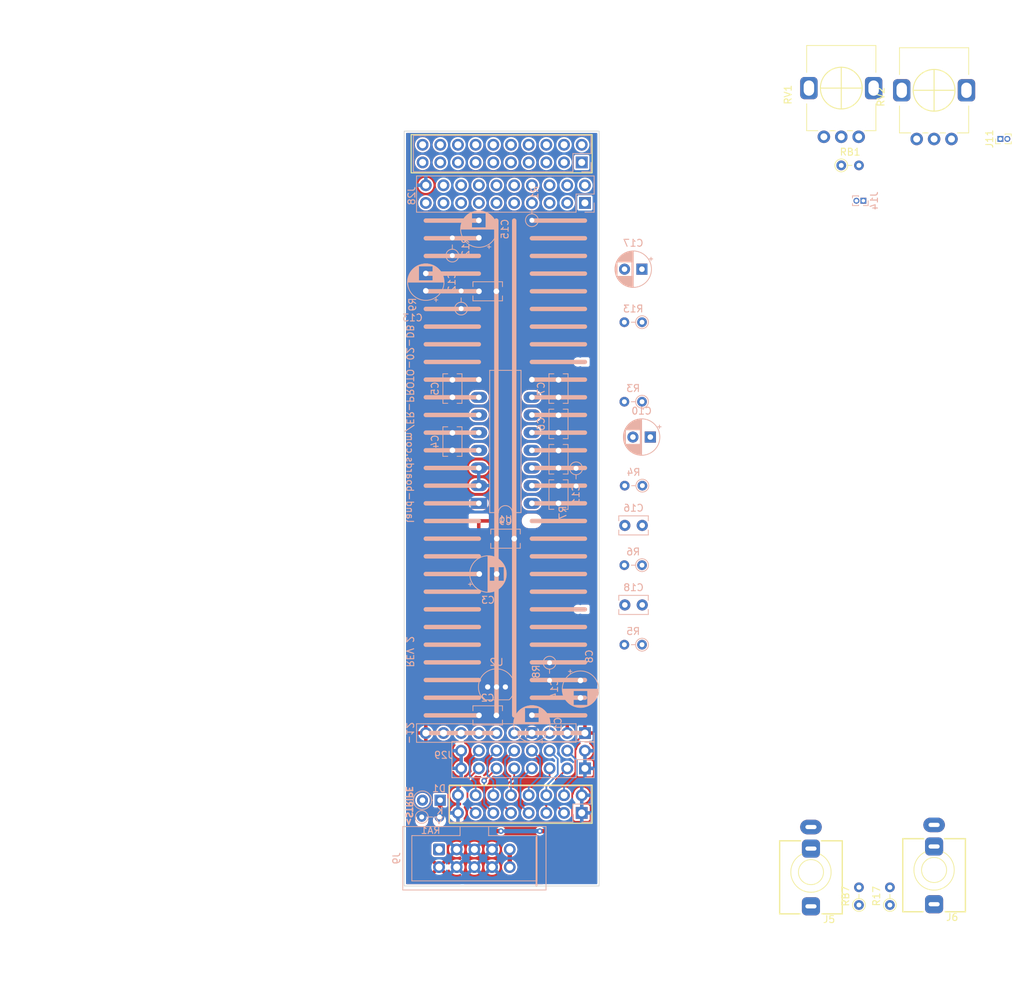
<source format=kicad_pcb>
(kicad_pcb (version 20211014) (generator pcbnew)
  (title_block (title "ER-PROTO-02") (date "2022-10-29") (rev "1") (company "LAND BOARDS, LLC") (comment 1 "EURORACK PROTOTYPE CARD") (comment 2 "6 POTS, 6 JACKS"))
  (layers (0 "F.Cu" signal) (31 "B.Cu" signal) (34 "B.Paste" user) (35 "F.Paste" user) (36 "B.SilkS" user "B.Silkscreen") (37 "F.SilkS" user "F.Silkscreen") (38 "B.Mask" user) (39 "F.Mask" user) (44 "Edge.Cuts" user))
  (net 0 "")
  (net 1 "Net-(C3-Pad1)")
  (net 2 "Net-(C4-Pad1)")
  (net 3 "Net-(C5-Pad1)")
  (net 4 "Net-(C6-Pad1)")
  (net 5 "Net-(C6-Pad2)")
  (net 6 "Net-(C7-Pad1)")
  (net 7 "Net-(C7-Pad2)")
  (net 8 "Net-(C8-Pad1)")
  (net 9 "Net-(C8-Pad2)")
  (net 10 "Net-(C9-Pad1)")
  (net 11 "Net-(C11-Pad1)")
  (net 12 "Net-(C11-Pad2)")
  (net 13 "/POT3-1")
  (net 14 "/POT3-2")
  (net 15 "/POT3-3")
  (net 16 "Net-(C12-Pad1)")
  (net 17 "/POT1-2")
  (net 18 "/POT1-3")
  (net 19 "/J1-T")
  (net 20 "/J2-T")
  (net 21 "/J3-T")
  (net 22 "/J4-T")
  (net 23 "GND")
  (net 24 "/J1-R_N")
  (net 25 "/J2-R_N")
  (net 26 "/J3-R_N")
  (net 27 "/J4-R_N")
  (net 28 "/J5-R_N")
  (net 29 "/J6-R_N")
  (net 30 "/J6-T")
  (net 31 "/J5-T")
  (net 32 "+12V")
  (net 33 "+5V")
  (net 34 "Net-(C14-Pad1)")
  (net 35 "/OUT")
  (net 36 "Net-(C15-Pad1)")
  (net 37 "Net-(C17-Pad1)")
  (net 38 "/IN")
  (net 40 "Net-(J5-PadS)")
  (net 41 "Net-(J5-PadT)")
  (net 42 "Net-(J6-PadS)")
  (net 43 "Net-(J6-PadT)")
  (net 44 "Net-(J11-Pad1)")
  (net 45 "Net-(J11-Pad2)")
  (net 49 "Net-(J14-Pad1)")
  (net 53 "Net-(J8-Pad8)")
  (net 63 "Net-(J8-Pad18)")
  (net 64 "Net-(J8-Pad19)")
  (net 66 "unconnected-(J9-Pad2)")
  (net 71 "unconnected-(J15-Pad10)")
  (net 78 "/VCO")
  (net 85 "Net-(R1-Pad1)")
  (net 86 "Net-(D1-Pad2)")
  (net 87 "Net-(J7-Pad8)")
  (net 88 "+12VA")
  (net 89 "Net-(RB1-Pad1)")
  (net 90 "Net-(J7-Pad14)")
  (footprint "Connector_PinHeader_1.00mm:PinHeader_1x02_P1.00mm_Vertical" (layer "F.Cu") (at 184.15 11.115 90)
    (fp_text reference "J11" (at 0 -1.56 90) (layer "F.SilkS"))
    (fp_text value "JUMPER")
    (pad "1" thru_hole rect (at 0 0 90) (size 0.85 0.85) (drill 0.5) (layers *.Cu *.Mask) (net 44 "Net-(J11-Pad1)"))
    (pad "2" thru_hole oval (at 0 1 90) (size 0.85 0.85) (drill 0.5) (layers *.Cu *.Mask) (net 45 "Net-(J11-Pad2)"))
  )
  (footprint "Resistor_THT:R_Axial_DIN0204_L3.6mm_D1.6mm_P2.54mm_Vertical" (layer "F.Cu") (at 168.275 121.235 90)
    (fp_text reference "R17" (at 1.27 -1.92 90) (layer "F.SilkS"))
    (fp_text value "0")
    (pad "1" thru_hole circle (at 0 0 90) (size 1.4 1.4) (drill 0.7) (layers *.Cu *.Mask) (net 43 "Net-(J6-PadT)"))
    (pad "2" thru_hole oval (at 2.54 0 90) (size 1.4 1.4) (drill 0.7) (layers *.Cu *.Mask) (net 87 "Net-(J7-Pad8)"))
  )
  (footprint "Resistor_THT:R_Axial_DIN0204_L3.6mm_D1.6mm_P2.54mm_Vertical" (layer "F.Cu") (at 161.29 14.925)
    (fp_text reference "RB1" (at 1.27 -1.92) (layer "F.SilkS"))
    (fp_text value "18K")
    (pad "1" thru_hole circle (at 0 0) (size 1.4 1.4) (drill 0.7) (layers *.Cu *.Mask) (net 89 "Net-(RB1-Pad1)"))
    (pad "2" thru_hole oval (at 2.54 0) (size 1.4 1.4) (drill 0.7) (layers *.Cu *.Mask) (net 63 "Net-(J8-Pad18)"))
  )
  (footprint "LandBoards_Conns:RV09ACF" (layer "F.Cu") (at 174.625 4.13 90)
    (fp_text reference "RV2" (at -0.95 -7.65 90) (layer "F.SilkS"))
    (fp_text value "20K")
    (pad "" np_thru_hole roundrect (at 0 -4.65 90) (size 3.2 2.5) (drill oval 2.2 1.5) (layers F&B.Cu *.Mask))
    (pad "" np_thru_hole roundrect (at 0 4.65 90) (size 3.2 2.5) (drill oval 2.2 1.5) (layers F&B.Cu *.Mask) (roundrect_rratio 0.2314814815))
    (pad "1" thru_hole circle (at -7 2.5 90) (size 1.8 1.8) (drill 1) (layers *.Cu *.Mask) (net 53 "Net-(J8-Pad8)"))
    (pad "2" thru_hole circle (at -7 0 90) (size 1.8 1.8) (drill 1) (layers *.Cu *.Mask) (net 44 "Net-(J11-Pad1)"))
    (pad "3" thru_hole circle (at -7 -2.5 90) (size 1.8 1.8) (drill 1) (layers *.Cu *.Mask) (net 44 "Net-(J11-Pad1)"))
  )
  (footprint "AudioJacks:Jack_3.5mm_QingPu_WQP-PJ366ST_Vertical" (layer "F.Cu") (at 174.625 116.205 180)
    (fp_text reference "J6" (at -2.6 -6.8) (layer "F.SilkS"))
    (fp_text value "PJ-398")
    (pad "R" thru_hole roundrect locked (at 0 3.38 180) (size 2.6 2.6) (drill oval 1.6 0.6) (layers *.Cu *.Mask) (net 40 "Net-(J5-PadS)"))
    (pad "S" thru_hole oval locked (at 0 6.48 180) (size 3.1 2.1) (drill oval 1.6 0.6) (layers *.Cu *.Mask) (net 42 "Net-(J6-PadS)"))
    (pad "T" thru_hole roundrect locked (at 0 -4.92 180) (size 2.6 2.6) (drill oval 1.6 0.6) (layers *.Cu *.Mask) (net 43 "Net-(J6-PadT)"))
  )
  (footprint "AudioJacks:Jack_3.5mm_QingPu_WQP-PJ366ST_Vertical" (layer "F.Cu") (at 156.935 116.51 180)
    (fp_text reference "J5" (at -2.6 -6.8) (layer "F.SilkS"))
    (fp_text value "PJ-398")
    (pad "R" thru_hole roundrect locked (at 0 3.38 180) (size 2.6 2.6) (drill oval 1.6 0.6) (layers *.Cu *.Mask))
    (pad "S" thru_hole oval locked (at 0 6.48 180) (size 3.1 2.1) (drill oval 1.6 0.6) (layers *.Cu *.Mask) (net 40 "Net-(J5-PadS)"))
    (pad "T" thru_hole roundrect locked (at 0 -4.92 180) (size 2.6 2.6) (drill oval 1.6 0.6) (layers *.Cu *.Mask) (net 41 "Net-(J5-PadT)"))
  )
  (footprint "Resistor_THT:R_Axial_DIN0204_L3.6mm_D1.6mm_P2.54mm_Vertical" (layer "F.Cu") (at 163.83 121.235 90)
    (fp_text reference "RB7" (at 1.27 -1.92 90) (layer "F.SilkS"))
    (fp_text value "0")
    (pad "1" thru_hole circle (at 0 0 90) (size 1.4 1.4) (drill 0.7) (layers *.Cu *.Mask) (net 41 "Net-(J5-PadT)"))
    (pad "2" thru_hole oval (at 2.54 0 90) (size 1.4 1.4) (drill 0.7) (layers *.Cu *.Mask) (net 90 "Net-(J7-Pad14)"))
  )
  (footprint "LandBoards_Conns:RV09ACF" (layer "F.Cu") (at 161.29 3.815 90)
    (fp_text reference "RV1" (at -0.95 -7.65 90) (layer "F.SilkS"))
    (fp_text value "50K")
    (pad "" np_thru_hole roundrect (at 0 4.65 90) (size 3.2 2.5) (drill oval 2.2 1.5) (layers F&B.Cu *.Mask) (roundrect_rratio 0.2314814815))
    (pad "" np_thru_hole roundrect (at 0 -4.65 90) (size 3.2 2.5) (drill oval 2.2 1.5) (layers F&B.Cu *.Mask))
    (pad "1" thru_hole circle (at -7 2.5 90) (size 1.8 1.8) (drill 1) (layers *.Cu *.Mask) (net 49 "Net-(J14-Pad1)"))
    (pad "2" thru_hole circle (at -7 0 90) (size 1.8 1.8) (drill 1) (layers *.Cu *.Mask) (net 89 "Net-(RB1-Pad1)"))
    (pad "3" thru_hole circle (at -7 -2.5 90) (size 1.8 1.8) (drill 1) (layers *.Cu *.Mask) (net 64 "Net-(J8-Pad19)"))
  )
  (footprint "Resistor_THT:R_Axial_DIN0204_L3.6mm_D1.6mm_P2.54mm_Vertical" (layer "B.Cu") (at 101.015 108.585)
    (fp_text reference "RA1" (at 1.27 1.92) (layer "B.SilkS") (effects (justify mirror)))
    (fp_text value "10")
    (pad "1" thru_hole circle (at 0 0) (size 1.4 1.4) (drill 0.7) (layers *.Cu *.Mask) (net 86 "Net-(D1-Pad2)"))
    (pad "2" thru_hole oval (at 2.54 0) (size 1.4 1.4) (drill 0.7) (layers *.Cu *.Mask) (net 88 "+12VA"))
  )
  (footprint "Capacitor_THT:C_Rect_L4.0mm_W2.5mm_P2.50mm" (layer "B.Cu") (at 132.695 78.105 180)
    (fp_text reference "C18" (at 1.25 2.5) (layer "B.SilkS") (effects (justify mirror)))
    (fp_text value "0.1uF")
    (pad "1" thru_hole circle (at 0 0 180) (size 1.6 1.6) (drill 0.8) (layers *.Cu *.Mask) (net 33 "+5V"))
    (pad "2" thru_hole circle (at 2.5 0 180) (size 1.6 1.6) (drill 0.8) (layers *.Cu *.Mask) (net 23 "GND"))
  )
  (footprint "Capacitor_THT:C_Rect_L4.0mm_W2.5mm_P2.50mm" (layer "B.Cu") (at 120.665 50.835 -90)
    (fp_text reference "C6" (at 1.25 2.5 90) (layer "B.SilkS") (effects (justify mirror)))
    (fp_text value "82nF")
    (pad "1" thru_hole circle (at 0 0 270) (size 1.6 1.6) (drill 0.8) (layers *.Cu *.Mask) (net 4 "Net-(C6-Pad1)"))
    (pad "2" thru_hole circle (at 2.5 0 270) (size 1.6 1.6) (drill 0.8) (layers *.Cu *.Mask) (net 5 "Net-(C6-Pad2)"))
  )
  (footprint "Package_DIP:DIP-16_W7.62mm_LongPads" (layer "B.Cu") (at 109.22 63.5)
    (fp_text reference "U1" (at 3.81 2.33) (layer "B.SilkS") (effects (justify mirror)))
    (fp_text value "PT2399")
    (pad "1" thru_hole rect (at 0 0) (size 2.4 1.6) (drill 0.8) (layers *.Cu *.Mask) (net 33 "+5V"))
    (pad "2" thru_hole oval (at 0 -2.54) (size 2.4 1.6) (drill 0.8) (layers *.Cu *.Mask) (net 1 "Net-(C3-Pad1)"))
    (pad "3" thru_hole oval (at 0 -5.08) (size 2.4 1.6) (drill 0.8) (layers *.Cu *.Mask) (net 23 "GND"))
    (pad "4" thru_hole oval (at 0 -7.62) (size 2.4 1.6) (drill 0.8) (layers *.Cu *.Mask) (net 23 "GND"))
    (pad "5" thru_hole oval (at 0 -10.16) (size 2.4 1.6) (drill 0.8) (layers *.Cu *.Mask))
    (pad "6" thru_hole oval (at 0 -12.7) (size 2.4 1.6) (drill 0.8) (layers *.Cu *.Mask) (net 85 "Net-(R1-Pad1)"))
    (pad "7" thru_hole oval (at 0 -15.24) (size 2.4 1.6) (drill 0.8) (layers *.Cu *.Mask) (net 2 "Net-(C4-Pad1)"))
    (pad "8" thru_hole oval (at 0 -17.78) (size 2.4 1.6) (drill 0.8) (layers *.Cu *.Mask) (net 3 "Net-(C5-Pad1)"))
    (pad "9" thru_hole oval (at 7.62 -17.78) (size 2.4 1.6) (drill 0.8) (layers *.Cu *.Mask) (net 6 "Net-(C7-Pad1)"))
    (pad "10" thru_hole oval (at 7.62 -15.24) (size 2.4 1.6) (drill 0.8) (layers *.Cu *.Mask) (net 7 "Net-(C7-Pad2)"))
    (pad "11" thru_hole oval (at 7.62 -12.7) (size 2.4 1.6) (drill 0.8) (layers *.Cu *.Mask) (net 4 "Net-(C6-Pad1)"))
    (pad "12" thru_hole oval (at 7.62 -10.16) (size 2.4 1.6) (drill 0.8) (layers *.Cu *.Mask) (net 5 "Net-(C6-Pad2)"))
    (pad "13" thru_hole oval (at 7.62 -7.62) (size 2.4 1.6) (drill 0.8) (layers *.Cu *.Mask) (net 9 "Net-(C8-Pad2)"))
    (pad "14" thru_hole oval (at 7.62 -5.08) (size 2.4 1.6) (drill 0.8) (layers *.Cu *.Mask) (net 8 "Net-(C8-Pad1)"))
    (pad "15" thru_hole oval (at 7.62 -2.54) (size 2.4 1.6) (drill 0.8) (layers *.Cu *.Mask) (net 12 "Net-(C11-Pad2)"))
    (pad "16" thru_hole oval (at 7.62 0) (size 2.4 1.6) (drill 0.8) (layers *.Cu *.Mask) (net 11 "Net-(C11-Pad1)"))
  )
  (footprint "Connector_PinHeader_2.54mm:PinHeader_2x10_P2.54mm_Vertical" (layer "B.Cu") (at 124.46 20.32 90)
    (fp_text reference "J28" (at 1.016 -24.892 90) (layer "B.SilkS") (effects (justify mirror)))
    (fp_text value "PROTO02_POTS")
    (pad "1" thru_hole rect (at 0 0 90) (size 1.7 1.7) (drill 1) (layers *.Cu *.Mask) (net 33 "+5V"))
    (pad "2" thru_hole oval (at 2.54 0 90) (size 1.7 1.7) (drill 1) (layers *.Cu *.Mask))
    (pad "3" thru_hole oval (at 0 -2.54 90) (size 1.7 1.7) (drill 1) (layers *.Cu *.Mask))
    (pad "4" thru_hole oval (at 2.54 -2.54 90) (size 1.7 1.7) (drill 1) (layers *.Cu *.Mask))
    (pad "5" thru_hole oval (at 0 -5.08 90) (size 1.7 1.7) (drill 1) (layers *.Cu *.Mask))
    (pad "6" thru_hole oval (at 2.54 -5.08 90) (size 1.7 1.7) (drill 1) (layers *.Cu *.Mask))
    (pad "7" thru_hole oval (at 0 -7.62 90) (size 1.7 1.7) (drill 1) (layers *.Cu *.Mask))
    (pad "8" thru_hole oval (at 2.54 -7.62 90) (size 1.7 1.7) (drill 1) (layers *.Cu *.Mask) (net 78 "/VCO"))
    (pad "9" thru_hole oval (at 0 -10.16 90) (size 1.7 1.7) (drill 1) (layers *.Cu *.Mask))
    (pad "10" thru_hole oval (at 2.54 -10.16 90) (size 1.7 1.7) (drill 1) (layers *.Cu *.Mask))
    (pad "11" thru_hole oval (at 0 -12.7 90) (size 1.7 1.7) (drill 1) (layers *.Cu *.Mask))
    (pad "12" thru_hole oval (at 2.54 -12.7 90) (size 1.7 1.7) (drill 1) (layers *.Cu *.Mask))
    (pad "13" thru_hole oval (at 0 -15.24 90) (size 1.7 1.7) (drill 1) (layers *.Cu *.Mask))
    (pad "14" thru_hole oval (at 2.54 -15.24 90) (size 1.7 1.7) (drill 1) (layers *.Cu *.Mask) (net 13 "/POT3-1"))
    (pad "15" thru_hole oval (at 0 -17.78 90) (size 1.7 1.7) (drill 1) (layers *.Cu *.Mask) (net 14 "/POT3-2"))
    (pad "16" thru_hole oval (at 2.54 -17.78 90) (size 1.7 1.7) (drill 1) (layers *.Cu *.Mask) (net 15 "/POT3-3"))
    (pad "17" thru_hole oval (at 0 -20.32 90) (size 1.7 1.7) (drill 1) (layers *.Cu *.Mask))
    (pad "18" thru_hole oval (at 2.54 -20.32 90) (size 1.7 1.7) (drill 1) (layers *.Cu *.Mask) (net 17 "/POT1-2"))
    (pad "19" thru_hole oval (at 0 -22.86 90) (size 1.7 1.7) (drill 1) (layers *.Cu *.Mask) (net 18 "/POT1-3"))
    (pad "20" thru_hole oval (at 2.54 -22.86 90) (size 1.7 1.7) (drill 1) (layers *.Cu *.Mask) (net 23 "GND"))
  )
  (footprint "Resistor_THT:R_Axial_DIN0204_L3.6mm_D1.6mm_P2.54mm_Vertical" (layer "B.Cu") (at 116.84 22.81 90)
    (fp_text reference "R1" (at 3.985 0.407 90) (layer "B.SilkS") (effects (justify mirror)))
    (fp_text value "1K")
    (pad "1" thru_hole circle (at 0 0 90) (size 1.4 1.4) (drill 0.7) (layers *.Cu *.Mask) (net 85 "Net-(R1-Pad1)"))
    (pad "2" thru_hole oval (at 2.54 0 90) (size 1.4 1.4) (drill 0.7) (layers *.Cu *.Mask) (net 78 "/VCO"))
  )
  (footprint "Resistor_THT:R_Axial_DIN0204_L3.6mm_D1.6mm_P2.54mm_Vertical" (layer "B.Cu") (at 106.68 35.51 90)
    (fp_text reference "R9" (at 0.585 -6.985 90) (layer "B.SilkS") (effects (justify mirror)))
    (fp_text value "5.6K")
    (pad "1" thru_hole circle (at 0 0 90) (size 1.4 1.4) (drill 0.7) (layers *.Cu *.Mask) (net 8 "Net-(C8-Pad1)"))
    (pad "2" thru_hole oval (at 2.54 0 90) (size 1.4 1.4) (drill 0.7) (layers *.Cu *.Mask) (net 16 "Net-(C12-Pad1)"))
  )
  (footprint "Resistor_THT:R_Axial_DIN0204_L3.6mm_D1.6mm_P2.54mm_Vertical" (layer "B.Cu") (at 123.19 58.47 -90)
    (fp_text reference "R7" (at 6.365 1.905 90) (layer "B.SilkS") (effects (justify mirror)))
    (fp_text value "10K")
    (pad "1" thru_hole circle (at 0 0 270) (size 1.4 1.4) (drill 0.7) (layers *.Cu *.Mask) (net 11 "Net-(C11-Pad1)"))
    (pad "2" thru_hole oval (at 2.54 0 270) (size 1.4 1.4) (drill 0.7) (layers *.Cu *.Mask) (net 36 "Net-(C15-Pad1)"))
  )
  (footprint "Resistor_THT:R_Axial_DIN0204_L3.6mm_D1.6mm_P2.54mm_Vertical" (layer "B.Cu") (at 132.665 72.39 180)
    (fp_text reference "R6" (at 1.27 1.92) (layer "B.SilkS") (effects (justify mirror)))
    (fp_text value "10K")
    (pad "1" thru_hole circle (at 0 0 180) (size 1.4 1.4) (drill 0.7) (layers *.Cu *.Mask) (net 12 "Net-(C11-Pad2)"))
    (pad "2" thru_hole oval (at 2.54 0 180) (size 1.4 1.4) (drill 0.7) (layers *.Cu *.Mask) (net 36 "Net-(C15-Pad1)"))
  )
  (footprint "Resistor_THT:R_Axial_DIN0204_L3.6mm_D1.6mm_P2.54mm_Vertical" (layer "B.Cu") (at 105.41 27.89 90)
    (fp_text reference "R12" (at 1.27 1.92 90) (layer "B.SilkS") (effects (justify mirror)))
    (fp_text value "15K")
    (pad "1" thru_hole circle (at 0 0 90) (size 1.4 1.4) (drill 0.7) (layers *.Cu *.Mask) (net 37 "Net-(C17-Pad1)"))
    (pad "2" thru_hole oval (at 2.54 0 90) (size 1.4 1.4) (drill 0.7) (layers *.Cu *.Mask) (net 36 "Net-(C15-Pad1)"))
  )
  (footprint "Capacitor_THT:CP_Radial_D5.0mm_P2.50mm" (layer "B.Cu") (at 116.84 96.455113 90)
    (fp_text reference "C1" (at 1.25 3.75 90) (layer "B.SilkS") (effects (justify mirror)))
    (fp_text value "47uF")
    (pad "1" thru_hole rect (at 0 0 90) (size 1.6 1.6) (drill 0.8) (layers *.Cu *.Mask) (net 32 "+12V"))
    (pad "2" thru_hole circle (at 2.5 0 90) (size 1.6 1.6) (drill 0.8) (layers *.Cu *.Mask) (net 23 "GND"))
  )
  (footprint "Capacitor_THT:C_Rect_L4.0mm_W2.5mm_P2.50mm" (layer "B.Cu") (at 132.695 66.675 180)
    (fp_text reference "C16" (at 1.25 2.5) (layer "B.SilkS") (effects (justify mirror)))
    (fp_text value "3.3nF")
    (pad "1" thru_hole circle (at 0 0 180) (size 1.6 1.6) (drill 0.8) (layers *.Cu *.Mask) (net 36 "Net-(C15-Pad1)"))
    (pad "2" thru_hole circle (at 2.5 0 180) (size 1.6 1.6) (drill 0.8) (layers *.Cu *.Mask) (net 23 "GND"))
  )
  (footprint "Connector_PinHeader_1.00mm:PinHeader_1x02_P1.00mm_Vertical" (layer "B.Cu") (at 164.465 20.005 90)
    (fp_text reference "J14" (at 0 1.56 270) (layer "B.SilkS") (effects (justify mirror)))
    (fp_text value "JUMPER")
    (pad "1" thru_hole rect (at 0 0 90) (size 0.85 0.85) (drill 0.5) (layers *.Cu *.Mask) (net 49 "Net-(J14-Pad1)"))
    (pad "2" thru_hole oval (at 0 -1 90) (size 0.85 0.85) (drill 0.5) (layers *.Cu *.Mask) (net 45 "Net-(J11-Pad2)"))
  )
  (footprint "Resistor_THT:R_Axial_DIN0204_L3.6mm_D1.6mm_P2.54mm_Vertical" (layer "B.Cu") (at 119.38 86.41 -90)
    (fp_text reference "R8" (at 1.27 1.92 -270) (layer "B.SilkS") (effects (justify mirror)))
    (fp_text value "4.7K")
    (pad "1" thru_hole circle (at 0 0 270) (size 1.4 1.4) (drill 0.7) (layers *.Cu *.Mask) (net 12 "Net-(C11-Pad2)"))
    (pad "2" thru_hole oval (at 2.54 0 270) (size 1.4 1.4) (drill 0.7) (layers *.Cu *.Mask) (net 34 "Net-(C14-Pad1)"))
  )
  (footprint "Resistor_THT:R_Axial_DIN0204_L3.6mm_D1.6mm_P2.54mm_Vertical" (layer "B.Cu") (at 132.665 48.895 180)
    (fp_text reference "R3" (at 1.27 1.92) (layer "B.SilkS") (effects (justify mirror)))
    (fp_text value "10K")
    (pad "1" thru_hole circle (at 0 0 180) (size 1.4 1.4) (drill 0.7) (layers *.Cu *.Mask) (net 10 "Net-(C9-Pad1)"))
    (pad "2" thru_hole oval (at 2.54 0 180) (size 1.4 1.4) (drill 0.7) (layers *.Cu *.Mask) (net 5 "Net-(C6-Pad2)"))
  )
  (footprint "Capacitor_THT:CP_Radial_D5.0mm_P2.50mm" (layer "B.Cu") (at 109.284888 73.66)
    (fp_text reference "C3" (at 1.25 3.75) (layer "B.SilkS") (effects (justify mirror)))
    (fp_text value "47uF")
    (pad "1" thru_hole rect (at 0 0) (size 1.6 1.6) (drill 0.8) (layers *.Cu *.Mask) (net 1 "Net-(C3-Pad1)"))
    (pad "2" thru_hole circle (at 2.5 0) (size 1.6 1.6) (drill 0.8) (layers *.Cu *.Mask) (net 23 "GND"))
  )
  (footprint "Connector_PinHeader_2.54mm:PinHeader_2x08_P2.54mm_Vertical" (layer "B.Cu") (at 124.46 101.6 90)
    (fp_text reference "J29" (at 1.905 -20.32 180) (layer "B.SilkS") (effects (justify mirror)))
    (fp_text value "PROTO02_JACKS")
    (pad "1" thru_hole rect (at 0 0 90) (size 1.7 1.7) (drill 1) (layers *.Cu *.Mask) (net 23 "GND"))
    (pad "2" thru_hole oval (at 2.54 0 90) (size 1.7 1.7) (drill 1) (layers *.Cu *.Mask) (net 23 "GND"))
    (pad "3" thru_hole oval (at 0 -2.54 90) (size 1.7 1.7) (drill 1) (layers *.Cu *.Mask) (net 29 "/J6-R_N"))
    (pad "4" thru_hole oval (at 2.54 -2.54 90) (size 1.7 1.7) (drill 1) (layers *.Cu *.Mask) (net 30 "/J6-T"))
    (pad "5" thru_hole oval (at 0 -5.08 90) (size 1.7 1.7) (drill 1) (layers *.Cu *.Mask) (net 27 "/J4-R_N"))
    (pad "6" thru_hole oval (at 2.54 -5.08 90) (size 1.7 1.7) (drill 1) (layers *.Cu *.Mask) (net 22 "/J4-T"))
    (pad "7" thru_hole oval (at 0 -7.62 90) (size 1.7 1.7) (drill 1) (layers *.Cu *.Mask) (net 25 "/J2-R_N"))
    (pad "8" thru_hole oval (at 2.54 -7.62 90) (size 1.7 1.7) (drill 1) (layers *.Cu *.Mask) (net 20 "/J2-T"))
    (pad "9" thru_hole oval (at 0 -10.16 90) (size 1.7 1.7) (drill 1) (layers *.Cu *.Mask) (net 24 "/J1-R_N"))
    (pad "10" thru_hole oval (at 2.54 -10.16 90) (size 1.7 1.7) (drill 1) (layers *.Cu *.Mask) (net 19 "/J1-T"))
    (pad "11" thru_hole oval (at 0 -12.7 90) (size 1.7 1.7) (drill 1) (layers *.Cu *.Mask) (net 26 "/J3-R_N"))
    (pad "12" thru_hole oval (at 2.54 -12.7 90) (size 1.7 1.7) (drill 1) (layers *.Cu *.Mask) (net 21 "/J3-T"))
    (pad "13" thru_hole oval (at 0 -15.24 90) (size 1.7 1.7) (drill 1) (layers *.Cu *.Mask) (net 28 "/J5-R_N"))
    (pad "14" thru_hole oval (at 2.54 -15.24 90) (size 1.7 1.7) (drill 1) (layers *.Cu *.Mask) (net 31 "/J5-T"))
    (pad "15" thru_hole oval (at 0 -17.78 90) (size 1.7 1.7) (drill 1) (layers *.Cu *.Mask) (net 23 "GND"))
    (pad "16" thru_hole oval (at 2.54 -17.78 90) (size 1.7 1.7) (drill 1) (layers *.Cu *.Mask) (net 23 "GND"))
  )
  (footprint "Resistor_THT:R_Axial_DIN0204_L3.6mm_D1.6mm_P2.54mm_Vertical" (layer "B.Cu") (at 132.665 37.465 180)
    (fp_text reference "R13" (at 1.27 1.92) (layer "B.SilkS") (effects (justify mirror)))
    (fp_text value "100K")
    (pad "1" thru_hole circle (at 0 0 180) (size 1.4 1.4) (drill 0.7) (layers *.Cu *.Mask) (net 23 "GND"))
    (pad "2" thru_hole oval (at 2.54 0 180) (size 1.4 1.4) (drill 0.7) (layers *.Cu *.Mask) (net 38 "/IN"))
  )
  (footprint "Package_TO_SOT_THT:TO-92_Inline" (layer "B.Cu") (at 113.03 89.895 180)
    (fp_text reference "U2" (at 1.27 3.56) (layer "B.SilkS") (effects (justify mirror)))
    (fp_text value "L78L05_TO92")
    (pad "1" thru_hole rect (at 0 0 180) (size 1.05 1.5) (drill 0.75) (layers *.Cu *.Mask) (net 33 "+5V"))
    (pad "2" thru_hole oval (at 1.27 0 180) (size 1.05 1.5) (drill 0.75) (layers *.Cu *.Mask) (net 23 "GND"))
    (pad "3" thru_hole oval (at 2.54 0 180) (size 1.05 1.5) (drill 0.75) (layers *.Cu *.Mask) (net 32 "+12V"))
  )
  (footprint "Capacitor_THT:CP_Radial_D5.0mm_P2.50mm" (layer "B.Cu") (at 101.6 32.955113 90)
    (fp_text reference "C12" (at 1.25 3.75 90) (layer "B.SilkS") (effects (justify mirror)))
    (fp_text value "10uF")
    (pad "1" thru_hole rect (at 0 0 90) (size 1.6 1.6) (drill 0.8) (layers *.Cu *.Mask) (net 16 "Net-(C12-Pad1)"))
    (pad "2" thru_hole circle (at 2.5 0 90) (size 1.6 1.6) (drill 0.8) (layers *.Cu *.Mask) (net 18 "/POT1-3"))
  )
  (footprint "Capacitor_THT:C_Rect_L4.0mm_W2.5mm_P2.50mm" (layer "B.Cu") (at 120.665 45.755 -90)
    (fp_text reference "C7" (at 1.25 2.5 90) (layer "B.SilkS") (effects (justify mirror)))
    (fp_text value "82nF")
    (pad "1" thru_hole circle (at 0 0 270) (size 1.6 1.6) (drill 0.8) (layers *.Cu *.Mask) (net 6 "Net-(C7-Pad1)"))
    (pad "2" thru_hole circle (at 2.5 0 270) (size 1.6 1.6) (drill 0.8) (layers *.Cu *.Mask) (net 7 "Net-(C7-Pad2)"))
  )
  (footprint "Capacitor_THT:CP_Radial_D5.0mm_P2.50mm" (layer "B.Cu") (at 132.650112 29.845 180)
    (fp_text reference "C17" (at 1.25 3.75) (layer "B.SilkS") (effects (justify mirror)))
    (fp_text value "4.7uF")
    (pad "1" thru_hole rect (at 0 0 180) (size 1.6 1.6) (drill 0.8) (layers *.Cu *.Mask) (net 37 "Net-(C17-Pad1)"))
    (pad "2" thru_hole circle (at 2.5 0 180) (size 1.6 1.6) (drill 0.8) (layers *.Cu *.Mask) (net 38 "/IN"))
  )
  (footprint "Capacitor_THT:C_Rect_L4.0mm_W2.5mm_P2.50mm" (layer "B.Cu") (at 114.3 68.58 180)
    (fp_text reference "C9" (at 1.25 2.5) (layer "B.SilkS") (effects (justify mirror)))
    (fp_text value "3.3nF")
    (pad "1" thru_hole circle (at 0 0 180) (size 1.6 1.6) (drill 0.8) (layers *.Cu *.Mask) (net 10 "Net-(C9-Pad1)"))
    (pad "2" thru_hole circle (at 2.5 0 180) (size 1.6 1.6) (drill 0.8) (layers *.Cu *.Mask) (net 23 "GND"))
  )
  (footprint "Connector_IDC:IDC-Header_2x05_P2.54mm_Vertical" (layer "B.Cu") (at 103.5 113.2475 -90)
    (fp_text reference "J9" (at 1.27 6.1 90) (layer "B.SilkS") (effects (justify mirror)))
    (fp_text value "ER-PWR-2X5")
    (pad "1" thru_hole roundrect (at 0 0 270) (size 1.7 1.7) (drill 1) (layers *.Cu *.Mask) (roundrect_rratio 0.147059))
    (pad "2" thru_hole circle (at 2.54 0 270) (size 1.7 1.7) (drill 1) (layers *.Cu *.Mask) (net 66 "unconnected-(J9-Pad2)"))
    (pad "3" thru_hole circle (at 0 -2.54 270) (size 1.7 1.7) (drill 1) (layers *.Cu *.Mask) (net 23 "GND"))
    (pad "4" thru_hole circle (at 2.54 -2.54 270) (size 1.7 1.7) (drill 1) (layers *.Cu *.Mask) (net 23 "GND"))
    (pad "5" thru_hole circle (at 0 -5.08 270) (size 1.7 1.7) (drill 1) (layers *.Cu *.Mask) (net 23 "GND"))
    (pad "6" thru_hole circle (at 2.54 -5.08 270) (size 1.7 1.7) (drill 1) (layers *.Cu *.Mask) (net 23 "GND"))
    (pad "7" thru_hole circle (at 0 -7.62 270) (size 1.7 1.7) (drill 1) (layers *.Cu *.Mask) (net 23 "GND"))
    (pad "8" thru_hole circle (at 2.54 -7.62 270) (size 1.7 1.7) (drill 1) (layers *.Cu *.Mask) (net 23 "GND"))
    (pad "9" thru_hole circle (at 0 -10.16 270) (size 1.7 1.7) (drill 1) (layers *.Cu *.Mask) (net 88 "+12VA"))
    (pad "10" thru_hole circle (at 2.54 -10.16 270) (size 1.7 1.7) (drill 1) (layers *.Cu *.Mask) (net 88 "+12VA"))
  )
  (footprint "Capacitor_THT:C_Rect_L4.0mm_W2.5mm_P2.50mm" (layer "B.Cu") (at 120.665 63.495 90)
    (fp_text reference "C11" (at 1.25 2.5 90) (layer "B.SilkS") (effects (justify mirror)))
    (fp_text value "560pF")
    (pad "1" thru_hole circle (at 0 0 90) (size 1.6 1.6) (drill 0.8) (layers *.Cu *.Mask) (net 11 "Net-(C11-Pad1)"))
    (pad "2" thru_hole circle (at 2.5 0 90) (size 1.6 1.6) (drill 0.8) (layers *.Cu *.Mask) (net 12 "Net-(C11-Pad2)"))
  )
  (footprint "Capacitor_THT:CP_Radial_D5.0mm_P2.50mm" (layer "B.Cu") (at 133.855224 53.975 180)
    (fp_text reference "C10" (at 1.25 3.75) (layer "B.SilkS") (effects (justify mirror)))
    (fp_text value "100uF")
    (pad "1" thru_hole rect (at 0 0 180) (size 1.6 1.6) (drill 0.8) (layers *.Cu *.Mask) (net 33 "+5V"))
    (pad "2" thru_hole circle (at 2.5 0 180) (size 1.6 1.6) (drill 0.8) (layers *.Cu *.Mask) (net 23 "GND"))
  )
  (footprint "Capacitor_THT:CP_Radial_D5.0mm_P2.50mm" (layer "B.Cu") (at 123.825 88.964888 -90)
    (fp_text reference "C14" (at 1.25 3.75 -270) (layer "B.SilkS") (effects (justify mirror)))
    (fp_text value "10uF")
    (pad "1" thru_hole rect (at 0 0 270) (size 1.6 1.6) (drill 0.8) (layers *.Cu *.Mask) (net 34 "Net-(C14-Pad1)"))
    (pad "2" thru_hole circle (at 2.5 0 270) (size 1.6 1.6) (drill 0.8) (layers *.Cu *.Mask) (net 35 "/OUT"))
  )
  (footprint "Capacitor_THT:C_Rect_L4.0mm_W2.5mm_P2.50mm" (layer "B.Cu") (at 105.425 45.755 -90)
    (fp_text reference "C5" (at 1.25 2.5 90) (layer "B.SilkS") (effects (justify mirror)))
    (fp_text value "0.1uF")
    (pad "1" thru_hole circle (at 0 0 270) (size 1.6 1.6) (drill 0.8) (layers *.Cu *.Mask) (net 3 "Net-(C5-Pad1)"))
    (pad "2" thru_hole circle (at 2.5 0 270) (size 1.6 1.6) (drill 0.8) (layers *.Cu *.Mask) (net 23 "GND"))
  )
  (footprint "Resistor_THT:R_Axial_DIN0204_L3.6mm_D1.6mm_P2.54mm_Vertical" (layer "B.Cu") (at 132.715 60.96 180)
    (fp_text reference "R4" (at 1.27 1.92) (layer "B.SilkS") (effects (justify mirror)))
    (fp_text value "10K")
    (pad "1" thru_hole circle (at 0 0 180) (size 1.4 1.4) (drill 0.7) (layers *.Cu *.Mask) (net 10 "Net-(C9-Pad1)"))
    (pad "2" thru_hole oval (at 2.54 0 180) (size 1.4 1.4) (drill 0.7) (layers *.Cu *.Mask) (net 9 "Net-(C8-Pad2)"))
  )
  (footprint "Capacitor_THT:C_Rect_L4.0mm_W2.5mm_P2.50mm" (layer "B.Cu") (at 105.425 53.375 -90)
    (fp_text reference "C4" (at 1.25 2.5 90) (layer "B.SilkS") (effects (justify mirror)))
    (fp_text value "0.1uF")
    (pad "1" thru_hole circle (at 0 0 270) (size 1.6 1.6) (drill 0.8) (layers *.Cu *.Mask) (net 2 "Net-(C4-Pad1)"))
    (pad "2" thru_hole circle (at 2.5 0 270) (size 1.6 1.6) (drill 0.8) (layers *.Cu *.Mask) (net 23 "GND"))
  )
  (footprint "Capacitor_THT:CP_Radial_D5.0mm_P2.50mm" (layer "B.Cu") (at 109.22 25.335113 90)
    (fp_text reference "C15" (at 1.25 3.75 90) (layer "B.SilkS") (effects (justify mirror)))
    (fp_text value "4.7uF")
    (pad "1" thru_hole rect (at 0 0 90) (size 1.6 1.6) (drill 0.8) (layers *.Cu *.Mask) (net 36 "Net-(C15-Pad1)"))
    (pad "2" thru_hole circle (at 2.5 0 90) (size 1.6 1.6) (drill 0.8) (layers *.Cu *.Mask) (net 17 "/POT1-2"))
  )
  (footprint "Resistor_THT:R_Axial_DIN0204_L3.6mm_D1.6mm_P2.54mm_Vertical" (layer "B.Cu") (at 132.665 83.82 180)
    (fp_text reference "R5" (at 1.27 1.92) (layer "B.SilkS") (effects (justify mirror)))
    (fp_text value "15K")
    (pad "1" thru_hole circle (at 0 0 180) (size 1.4 1.4) (drill 0.7) (layers *.Cu *.Mask) (net 10 "Net-(C9-Pad1)"))
    (pad "2" thru_hole oval (at 2.54 0 180) (size 1.4 1.4) (drill 0.7) (layers *.Cu *.Mask) (net 8 "Net-(C8-Pad1)"))
  )
  (footprint "Diode_THT:D_DO-35_SOD27_P2.54mm_Vertical_KathodeUp" (layer "B.Cu") (at 103.660686 106.172 180)
    (fp_text reference "D1" (at 0.160686 1.672 180) (layer "B.SilkS") (effects (justify mirror)))
    (fp_text value "BAT41")
    (fp_text user "K" (at 0.028686 -1.524) (layer "B.SilkS") (effects (justify mirror)))
    (pad "1" thru_hole rect (at 0 0 180) (size 1.6 1.6) (drill 0.8) (layers *.Cu *.Mask) (net 32 "+12V"))
    (pad "2" thru_hole oval (at 2.54 0 180) (size 1.6 1.6) (drill 0.8) (layers *.Cu *.Mask) (net 86 "Net-(D1-Pad2)"))
  )
  (footprint "Connector_PinHeader_2.54mm:PinHeader_2x10_P2.54mm_Vertical" (layer "B.Cu") (at 124 14.5 90)
    (fp_text reference "J8" hide)
    (fp_text value "PROTO02_POTS")
    (pad "1" thru_hole rect (at 0 0 90) (size 1.7 1.7) (drill 1) (layers *.Cu *.Mask) (net 45 "Net-(J11-Pad2)"))
    (pad "2" thru_hole oval (at 2.54 0 90) (size 1.7 1.7) (drill 1) (layers *.Cu *.Mask))
    (pad "3" thru_hole oval (at 0 -2.54 90) (size 1.7 1.7) (drill 1) (layers *.Cu *.Mask))
    (pad "4" thru_hole oval (at 2.54 -2.54 90) (size 1.7 1.7) (drill 1) (layers *.Cu *.Mask))
    (pad "5" thru_hole oval (at 0 -5.08 90) (size 1.7 1.7) (drill 1) (layers *.Cu *.Mask))
    (pad "6" thru_hole oval (at 2.54 -5.08 90) (size 1.7 1.7) (drill 1) (layers *.Cu *.Mask))
    (pad "7" thru_hole oval (at 0 -7.62 90) (size 1.7 1.7) (drill 1) (layers *.Cu *.Mask))
    (pad "8" thru_hole oval (at 2.54 -7.62 90) (size 1.7 1.7) (drill 1) (layers *.Cu *.Mask) (net 53 "Net-(J8-Pad8)"))
    (pad "9" thru_hole oval (at 0 -10.16 90) (size 1.7 1.7) (drill 1) (layers *.Cu *.Mask))
    (pad "10" thru_hole oval (at 2.54 -10.16 90) (size 1.7 1.7) (drill 1) (layers *.Cu *.Mask))
    (pad "11" thru_hole oval (at 0 -12.7 90) (size 1.7 1.7) (drill 1) (layers *.Cu *.Mask))
    (pad "12" thru_hole oval (at 2.54 -12.7 90) (size 1.7 1.7) (drill 1) (layers *.Cu *.Mask))
    (pad "13" thru_hole oval (at 0 -15.24 90) (size 1.7 1.7) (drill 1) (layers *.Cu *.Mask))
    (pad "14" thru_hole oval (at 2.54 -15.24 90) (size 1.7 1.7) (drill 1) (layers *.Cu *.Mask))
    (pad "15" thru_hole oval (at 0 -17.78 90) (size 1.7 1.7) (drill 1) (layers *.Cu *.Mask))
    (pad "16" thru_hole oval (at 2.54 -17.78 90) (size 1.7 1.7) (drill 1) (layers *.Cu *.Mask))
    (pad "17" thru_hole oval (at 0 -20.32 90) (size 1.7 1.7) (drill 1) (layers *.Cu *.Mask))
    (pad "18" thru_hole oval (at 2.54 -20.32 90) (size 1.7 1.7) (drill 1) (layers *.Cu *.Mask) (net 63 "Net-(J8-Pad18)"))
    (pad "19" thru_hole oval (at 0 -22.86 90) (size 1.7 1.7) (drill 1) (layers *.Cu *.Mask) (net 64 "Net-(J8-Pad19)"))
    (pad "20" thru_hole oval (at 2.54 -22.86 90) (size 1.7 1.7) (drill 1) (layers *.Cu *.Mask) (net 45 "Net-(J11-Pad2)"))
  )
  (footprint "Connector_PinHeader_2.54mm:PinHeader_2x08_P2.54mm_Vertical" (layer "B.Cu") (at 124 108 90)
    (fp_text reference "J7" hide)
    (fp_text value "PROTO02_JACKS")
    (pad "1" thru_hole rect (at 0 0 90) (size 1.7 1.7) (drill 1) (layers *.Cu *.Mask) (net 23 "GND"))
    (pad "2" thru_hole oval (at 2.54 0 90) (size 1.7 1.7) (drill 1) (layers *.Cu *.Mask) (net 23 "GND"))
    (pad "3" thru_hole oval (at 0 -2.54 90) (size 1.7 1.7) (drill 1) (layers *.Cu *.Mask) (net 29 "/J6-R_N"))
    (pad "4" thru_hole oval (at 2.54 -2.54 90) (size 1.7 1.7) (drill 1) (layers *.Cu *.Mask) (net 30 "/J6-T"))
    (pad "5" thru_hole oval (at 0 -5.08 90) (size 1.7 1.7) (drill 1) (layers *.Cu *.Mask) (net 27 "/J4-R_N"))
    (pad "6" thru_hole oval (at 2.54 -5.08 90) (size 1.7 1.7) (drill 1) (layers *.Cu *.Mask) (net 22 "/J4-T"))
    (pad "7" thru_hole oval (at 0 -7.62 90) (size 1.7 1.7) (drill 1) (layers *.Cu *.Mask) (net 25 "/J2-R_N"))
    (pad "8" thru_hole oval (at 2.54 -7.62 90) (size 1.7 1.7) (drill 1) (layers *.Cu *.Mask) (net 20 "/J2-T"))
    (pad "9" thru_hole oval (at 0 -10.16 90) (size 1.7 1.7) (drill 1) (layers *.Cu *.Mask) (net 24 "/J1-R_N"))
    (pad "10" thru_hole oval (at 2.54 -10.16 90) (size 1.7 1.7) (drill 1) (layers *.Cu *.Mask) (net 19 "/J1-T"))
    (pad "11" thru_hole oval (at 0 -12.7 90) (size 1.7 1.7) (drill 1) (layers *.Cu *.Mask) (net 26 "/J3-R_N"))
    (pad "12" thru_hole oval (at 2.54 -12.7 90) (size 1.7 1.7) (drill 1) (layers *.Cu *.Mask) (net 21 "/J3-T"))
    (pad "13" thru_hole oval (at 0 -15.24 90) (size 1.7 1.7) (drill 1) (layers *.Cu *.Mask) (net 28 "/J5-R_N"))
    (pad "14" thru_hole oval (at 2.54 -15.24 90) (size 1.7 1.7) (drill 1) (layers *.Cu *.Mask) (net 31 "/J5-T"))
    (pad "15" thru_hole oval (at 0 -17.78 90) (size 1.7 1.7) (drill 1) (layers *.Cu *.Mask) (net 23 "GND"))
    (pad "16" thru_hole oval (at 2.54 -17.78 90) (size 1.7 1.7) (drill 1) (layers *.Cu *.Mask) (net 23 "GND"))
  )
  (footprint "Connector_PinHeader_2.54mm:PinHeader_1x10_P2.54mm_Vertical" (layer "B.Cu") (at 124.46 96.52 90)
    (fp_text reference "J15" hide)
    (fp_text value "Conn_01x10")
    (pad "1" thru_hole rect (at 0 0 90) (size 1.7 1.7) (drill 1) (layers *.Cu *.Mask) (net 32 "+12V"))
    (pad "2" thru_hole oval (at 0 -2.54 90) (size 1.7 1.7) (drill 1) (layers *.Cu *.Mask) (net 32 "+12V"))
    (pad "3" thru_hole oval (at 0 -5.08 90) (size 1.7 1.7) (drill 1) (layers *.Cu *.Mask) (net 32 "+12V"))
    (pad "4" thru_hole oval (at 0 -7.62 90) (size 1.7 1.7) (drill 1) (layers *.Cu *.Mask) (net 32 "+12V"))
    (pad "5" thru_hole oval (at 0 -10.16 90) (size 1.7 1.7) (drill 1) (layers *.Cu *.Mask) (net 32 "+12V"))
    (pad "6" thru_hole oval (at 0 -12.7 90) (size 1.7 1.7) (drill 1) (layers *.Cu *.Mask))
    (pad "7" thru_hole oval (at 0 -15.24 90) (size 1.7 1.7) (drill 1) (layers *.Cu *.Mask))
    (pad "8" thru_hole oval (at 0 -17.78 90) (size 1.7 1.7) (drill 1) (layers *.Cu *.Mask))
    (pad "9" thru_hole oval (at 0 -20.32 90) (size 1.7 1.7) (drill 1) (layers *.Cu *.Mask))
    (pad "10" thru_hole oval (at 0 -22.86 90) (size 1.7 1.7) (drill 1) (layers *.Cu *.Mask) (net 71 "unconnected-(J15-Pad10)"))
  )
  (footprint "Capacitor_THT:C_Rect_L4.0mm_W2.5mm_P2.50mm" (layer "B.Cu") (at 109.24 33.02)
    (fp_text reference "C13" (at -9.545 3.81) (layer "B.SilkS") (effects (justify mirror)))
    (fp_text value "0.01uF")
    (pad "1" thru_hole circle (at 0 0) (size 1.6 1.6) (drill 0.8) (layers *.Cu *.Mask) (net 16 "Net-(C12-Pad1)"))
    (pad "2" thru_hole circle (at 2.5 0) (size 1.6 1.6) (drill 0.8) (layers *.Cu *.Mask) (net 23 "GND"))
  )
  (footprint "Capacitor_THT:C_Rect_L4.0mm_W2.5mm_P2.50mm" (layer "B.Cu") (at 111.74 93.98 180)
    (fp_text reference "C2" (at 1.25 2.5) (layer "B.SilkS") (effects (justify mirror)))
    (fp_text value "0.1uF")
    (pad "1" thru_hole circle (at 0 0 180) (size 1.6 1.6) (drill 0.8) (layers *.Cu *.Mask) (net 32 "+12V"))
    (pad "2" thru_hole circle (at 2.5 0 180) (size 1.6 1.6) (drill 0.8) (layers *.Cu *.Mask) (net 23 "GND"))
  )
  (footprint "Capacitor_THT:C_Rect_L4.0mm_W2.5mm_P2.50mm" (layer "B.Cu") (at 120.665 58.415 90)
    (fp_text reference "C8" (at -27.085225 4.42 90) (layer "B.SilkS") (effects (justify mirror)))
    (fp_text value "560pF")
    (pad "1" thru_hole circle (at 0 0 90) (size 1.6 1.6) (drill 0.8) (layers *.Cu *.Mask) (net 8 "Net-(C8-Pad1)"))
    (pad "2" thru_hole circle (at 2.5 0 90) (size 1.6 1.6) (drill 0.8) (layers *.Cu *.Mask) (net 9 "Net-(C8-Pad2)"))
  )
  (gr_line (start 116.84 40.64) (end 124.46 40.64) (layer "B.SilkS") (width 0.635))
  (gr_line (start 116.84 63.5) (end 124.46 63.5) (layer "B.SilkS") (width 0.635))
  (gr_line (start 111.76 93.98) (end 111.73 22.86) (layer "B.SilkS") (width 0.635))
  (gr_line (start 114.3 96.52) (end 124.46 96.52) (layer "B.SilkS") (width 0.635))
  (gr_line (start 101.6 33.02) (end 109.22 33.02) (layer "B.SilkS") (width 0.635))
  (gr_line (start 117.5 111.5) (end 117.5 118.5) (layer "B.SilkS") (width 0.25))
  (gr_line (start 101.6 60.96) (end 109.22 60.96) (layer "B.SilkS") (width 0.635))
  (gr_line (start 116.84 93.98) (end 124.5 93.98) (layer "B.SilkS") (width 0.635))
  (gr_line (start 116.84 73.66) (end 124.46 73.66) (layer "B.SilkS") (width 0.635))
  (gr_line (start 101.6 93.98) (end 109.22 93.98) (layer "B.SilkS") (width 0.635))
  (gr_line (start 101.6 53.34) (end 109.22 53.34) (layer "B.SilkS") (width 0.635))
  (gr_line (start 116.84 71.12) (end 124.46 71.12) (layer "B.SilkS") (width 0.635))
  (gr_line (start 116.84 60.96) (end 124.46 60.96) (layer "B.SilkS") (width 0.635))
  (gr_line (start 116.84 58.42) (end 124.46 58.42) (layer "B.SilkS") (width 0.635))
  (gr_line (start 116.84 30.48) (end 124.46 30.48) (layer "B.SilkS") (width 0.635))
  (gr_line (start 101.6 81.28) (end 109.22 81.28) (layer "B.SilkS") (width 0.635))
  (gr_line (start 116.84 50.8) (end 124.46 50.8) (layer "B.SilkS") (width 0.635))
  (gr_line (start 116.84 35.56) (end 124.46 35.56) (layer "B.SilkS") (width 0.635))
  (gr_line (start 116.84 45.72) (end 124.46 45.72) (layer "B.SilkS") (width 0.635))
  (gr_line (start 116.84 22.86) (end 124.46 22.86) (layer "B.SilkS") (width 0.635))
  (gr_line (start 101.6 58.42) (end 109.22 58.42) (layer "B.SilkS") (width 0.635))
  (gr_line (start 101.6 25.4) (end 109.22 25.4) (layer "B.SilkS") (width 0.635))
  (gr_line (start 101.6 83.82) (end 109.22 83.82) (layer "B.SilkS") (width 0.635))
  (gr_line (start 101.6 45.72) (end 109.22 45.72) (layer "B.SilkS") (width 0.635))
  (gr_line (start 101.6 27.94) (end 109.22 27.94) (layer "B.SilkS") (width 0.635))
  (gr_line (start 101.6 66.04) (end 109.22 66.04) (layer "B.SilkS") (width 0.635))
  (gr_line (start 116.84 88.9) (end 124.46 88.9) (layer "B.SilkS") (width 0.635))
  (gr_line (start 116.84 81.28) (end 124.46 81.28) (layer "B.SilkS") (width 0.635))
  (gr_line (start 101.6 91.44) (end 109.22 91.44) (layer "B.SilkS") (width 0.635))
  (gr_line (start 101.6 50.8) (end 109.22 50.8) (layer "B.SilkS") (width 0.635))
  (gr_line (start 101.6 76.2) (end 109.22 76.2) (layer "B.SilkS") (width 0.635))
  (gr_line (start 101.6 22.86) (end 109.22 22.86) (layer "B.SilkS") (width 0.635))
  (gr_line (start 101.6 40.64) (end 109.22 40.64) (layer "B.SilkS") (width 0.635))
  (gr_line (start 116.84 76.2) (end 124.46 76.2) (layer "B.SilkS") (width 0.635))
  (gr_line (start 116.84 53.34) (end 124.46 53.34) (layer "B.SilkS") (width 0.635))
  (gr_line (start 116.84 91.44) (end 124.46 91.44) (layer "B.SilkS") (width 0.635))
  (gr_line (start 101.6 55.88) (end 109.22 55.88) (layer "B.SilkS") (width 0.635))
  (gr_line (start 116.84 66.04) (end 124.46 66.04) (layer "B.SilkS") (width 0.635))
  (gr_line (start 116.84 43.18) (end 124.46 43.18) (layer "B.SilkS") (width 0.635))
  (gr_line (start 101.6 96.52) (end 111.76 96.52) (layer "B.SilkS") (width 0.635))
  (gr_line (start 116.84 86.36) (end 124.46 86.36) (layer "B.SilkS") (width 0.635))
  (gr_line (start 116.84 83.82) (end 124.46 83.82) (layer "B.SilkS") (width 0.635))
  (gr_line (start 101.6 86.36) (end 109.22 86.36) (layer "B.SilkS") (width 0.635))
  (gr_line (start 101.6 43.18) (end 109.22 43.18) (layer "B.SilkS") (width 0.635))
  (gr_line (start 116.84 68.58) (end 124.46 68.58) (layer "B.SilkS") (width 0.635))
  (gr_line (start 116.84 78.74) (end 124.46 78.74) (layer "B.SilkS") (width 0.635))
  (gr_line (start 114.3 93.98) (end 114.3 22.86) (layer "B.SilkS") (width 0.635))
  (gr_line (start 116.84 27.94) (end 124.46 27.94) (layer "B.SilkS") (width 0.635))
  (gr_line (start 101.6 73.66) (end 109.22 73.66) (layer "B.SilkS") (width 0.635))
  (gr_line (start 101.6 63.5) (end 109.22 63.5) (layer "B.SilkS") (width 0.635))
  (gr_line (start 116.84 33.02) (end 124.46 33.02) (layer "B.SilkS") (width 0.635))
  (gr_line (start 116.84 38.1) (end 124.46 38.1) (layer "B.SilkS") (width 0.635))
  (gr_line (start 116.84 48.26) (end 124.46 48.26) (layer "B.SilkS") (width 0.635))
  (gr_line (start 101.6 48.26) (end 109.22 48.26) (layer "B.SilkS") (width 0.635))
  (gr_line (start 101.6 68.58) (end 109.22 68.58) (layer "B.SilkS") (width 0.635))
  (gr_line (start 101.6 38.1) (end 109.22 38.1) (layer "B.SilkS") (width 0.635))
  (gr_line (start 116.84 25.4) (end 124.46 25.4) (layer "B.SilkS") (width 0.635))
  (gr_line (start 101.6 71.12) (end 109.22 71.12) (layer "B.SilkS") (width 0.635))
  (gr_line (start 101.6 88.9) (end 109.22 88.9) (layer "B.SilkS") (width 0.635))
  (gr_line (start 101.6 30.48) (end 109.22 30.48) (layer "B.SilkS") (width 0.635))
  (gr_line (start 101.6 35.56) (end 109.22 35.56) (layer "B.SilkS") (width 0.635))
  (gr_line (start 116.84 55.88) (end 124.46 55.88) (layer "B.SilkS") (width 0.635))
  (gr_line (start 101.6 78.74) (end 109.22 78.74) (layer "B.SilkS") (width 0.635))
  (gr_rect (start 105 104) (end 125.5 109.5) (layer "F.SilkS") (width 0.15) (fill none))
  (gr_rect (start 99.5 10.5) (end 125.5 16) (layer "F.SilkS") (width 0.15) (fill none))
  (gr_rect (start 98.5 10) (end 126.5 118.5) (layer "Edge.Cuts") (width 0.1) (fill none))
  (gr_text "<STRIPE" (at 99.2 107 270) (layer "B.SilkS") (effects (font (size 0.889 0.889) (thickness 0.22225)) (justify mirror)))
  (gr_text "-12" (at 99.314 96.52 270) (layer "B.SilkS") (effects (font (size 1 1)) (justify mirror)))
  (gr_text "REV 2" (at 99.314 84.836 270) (layer "B.SilkS") (effects (font (size 1 1)) (justify mirror)))
  (gr_text "land-boards.com/ER-PROTO-02-DB" (at 99.314 52.07 270) (layer "B.SilkS") (effects (font (size 1 1)) (justify mirror)))
  (segment (start 112.99 100.37) (end 114.3 99.06) (width 0.25) (layer "B.Cu") (net 19))
  (segment (start 113.84 103.172) (end 112.99 102.322) (width 0.25) (layer "B.Cu") (net 19))
  (segment (start 112.99 102.322) (end 112.99 100.37) (width 0.25) (layer "B.Cu") (net 19))
  (segment (start 113.84 105.46) (end 113.84 103.172) (width 0.25) (layer "B.Cu") (net 19))
  (segment (start 116.84 99.06) (end 118.014511 100.234511) (width 0.25) (layer "B.Cu") (net 20))
  (segment (start 116.38 105.46) (end 116.38 104.346) (width 0.25) (layer "B.Cu") (net 20))
  (segment (start 118.014511 100.234511) (end 118.014511 102.711489) (width 0.25) (layer "B.Cu") (net 20))
  (segment (start 116.38 104.346) (end 118.014511 102.711489) (width 0.25) (layer "B.Cu") (net 20))
  (segment (start 110.45 102.576) (end 110.45 100.37) (width 0.25) (layer "B.Cu") (net 21))
  (segment (start 111.3 105.46) (end 111.3 103.426) (width 0.25) (layer "B.Cu") (net 21))
  (segment (start 111.3 103.426) (end 110.45 102.576) (width 0.25) (layer "B.Cu") (net 21))
  (segment (start 110.45 100.37) (end 111.76 99.06) (width 0.25) (layer "B.Cu") (net 21))
  (segment (start 119.38 99.06) (end 120.554511 100.234511) (width 0.25) (layer "B.Cu") (net 22))
  (segment (start 118.92 105.46) (end 118.92 104.092) (width 0.25) (layer "B.Cu") (net 22))
  (segment (start 120.554511 100.234511) (end 120.554511 102.457489) (width 0.25) (layer "B.Cu") (net 22))
  (segment (start 118.92 104.092) (end 120.554511 102.457489) (width 0.25) (layer "B.Cu") (net 22))
  (segment (start 114.3 102.902978) (end 112.665489 104.537489) (width 0.25) (layer "F.Cu") (net 24))
  (segment (start 112.665489 106.825489) (end 113.84 108) (width 0.25) (layer "F.Cu") (net 24))
  (segment (start 112.665489 104.537489) (end 112.665489 106.825489) (width 0.25) (layer "F.Cu") (net 24))
  (segment (start 114.3 101.6) (end 114.3 102.902978) (width 0.25) (layer "F.Cu") (net 24))
  (segment (start 115.205489 106.825489) (end 115.205489 103.234511) (width 0.25) (layer "B.Cu") (net 25))
  (segment (start 116.38 108) (end 115.205489 106.825489) (width 0.25) (layer "B.Cu") (net 25))
  (segment (start 115.205489 103.234511) (end 116.84 101.6) (width 0.25) (layer "B.Cu") (net 25))
  (segment (start 109.982 103.378) (end 111.76 101.6) (width 0.25) (layer "F.Cu") (net 26))
  (via (at 109.982 103.378) (size 0.8) (drill 0.4) (layers "F.Cu" "B.Cu") (net 26))
  (segment (start 109.982 103.378) (end 109.982 106.682) (width 0.25) (layer "B.Cu") (net 26))
  (segment (start 109.982 106.682) (end 111.3 108) (width 0.25) (layer "B.Cu") (net 26))
  (segment (start 118.11 106.68) (end 118.618 106.68) (width 0.25) (layer "F.Cu") (net 27))
  (segment (start 119.38 102.87) (end 117.745489 104.504511) (width 0.25) (layer "F.Cu") (net 27))
  (segment (start 117.745489 104.504511) (end 117.745489 106.315489) (width 0.25) (layer "F.Cu") (net 27))
  (segment (start 118.618 106.68) (end 118.92 106.982) (width 0.25) (layer "F.Cu") (net 27))
  (segment (start 118.92 106.982) (end 118.92 108) (width 0.25) (layer "F.Cu") (net 27))
  (segment (start 119.38 101.6) (end 119.38 102.87) (width 0.25) (layer "F.Cu") (net 27))
  (segment (start 117.745489 106.315489) (end 118.11 106.68) (width 0.25) (layer "F.Cu") (net 27))
  (segment (start 108.76 108) (end 107.585489 106.825489) (width 0.25) (layer "F.Cu") (net 28))
  (segment (start 107.585489 103.234511) (end 109.22 101.6) (width 0.25) (layer "F.Cu") (net 28))
  (segment (start 107.585489 106.825489) (end 107.585489 103.234511) (width 0.25) (layer "F.Cu") (net 28))
  (segment (start 120.285489 106.825489) (end 121.46 108) (width 0.25) (layer "F.Cu") (net 29))
  (segment (start 121.92 101.6) (end 120.285489 103.234511) (width 0.25) (layer "F.Cu") (net 29))
  (segment (start 120.285489 103.234511) (end 120.285489 106.825489) (width 0.25) (layer "F.Cu") (net 29))
  (segment (start 121.46 104.346) (end 123.285489 102.520511) (width 0.25) (layer "B.Cu") (net 30))
  (segment (start 123.285489 100.425489) (end 123.285489 102.520511) (width 0.25) (layer "B.Cu") (net 30))
  (segment (start 121.92 99.06) (end 123.285489 100.425489) (width 0.25) (layer "B.Cu") (net 30))
  (segment (start 121.46 105.46) (end 121.46 104.346) (width 0.25) (layer "B.Cu") (net 30))
  (segment (start 107.91 100.37) (end 109.22 99.06) (width 0.25) (layer "B.Cu") (net 31))
  (segment (start 108.76 103.506) (end 107.91 102.656) (width 0.25) (layer "B.Cu") (net 31))
  (segment (start 107.91 102.656) (end 107.91 100.37) (width 0.25) (layer "B.Cu") (net 31))
  (segment (start 108.76 105.46) (end 108.76 103.506) (width 0.25) (layer "B.Cu") (net 31))
  (segment (start 124.46 96.52) (end 123.094511 97.885489) (width 0.25) (layer "F.Cu") (net 32))
  (segment (start 104.775 108.331) (end 104.775 109.855) (width 0.254) (layer "F.Cu") (net 32))
  (segment (start 103.660686 107.216686) (end 104.394 107.95) (width 0.635) (layer "F.Cu") (net 32))
  (segment (start 120.142 110.617) (end 121.383 110.617) (width 0.635) (layer "F.Cu") (net 32))
  (segment (start 104.394 107.95) (end 104.775 108.331) (width 0.254) (layer "F.Cu") (net 32))
  (segment (start 112.395 110.617) (end 105.537 110.617) (width 0.635) (layer "F.Cu") (net 32))
  (segment (start 121.92 96.52) (end 124.46 96.52) (width 0.25) (layer "F.Cu") (net 32))
  (segment (start 122.634511 104.973501) (end 122.634511 109.365489) (width 0.25) (layer "F.Cu") (net 32))
  (segment (start 103.660686 106.172) (end 103.660686 107.216686) (width 0.635) (layer "F.Cu") (net 32))
  (segment (start 114.3 96.52) (end 116.84 96.52) (width 0.254) (layer "F.Cu") (net 32))
  (segment (start 117.983 110.617) (end 120.142 110.617) (width 0.635) (layer "F.Cu") (net 32))
  (segment (start 104.775 109.855) (end 105.029 110.109) (width 0.254) (layer "F.Cu") (net 32))
  (segment (start 123.094511 97.885489) (end 123.094511 104.513501) (width 0.25) (layer "F.Cu") (net 32))
  (segment (start 122.634511 109.365489) (end 121.383 110.617) (width 0.25) (layer "F.Cu") (net 32))
  (segment (start 123.094511 104.513501) (end 122.634511 104.973501) (width 0.25) (layer "F.Cu") (net 32))
  (segment (start 105.537 110.617) (end 105.029 110.109) (width 0.635) (layer "F.Cu") (net 32))
  (segment (start 121.92 96.52) (end 116.84 96.52) (width 0.25) (layer "F.Cu") (net 32))
  (via (at 117.983 110.617) (size 0.8) (drill 0.4) (layers "F.Cu" "B.Cu") (net 32))
  (via (at 112.395 110.617) (size 0.8) (drill 0.4) (layers "F.Cu" "B.Cu") (net 32))
  (segment (start 113.03 110.617) (end 117.983 110.617) (width 0.635) (layer "B.Cu") (net 32))
  (segment (start 113.659996 113.2475) (end 113.659996 115.7875) (width 0.635) (layer "F.Cu") (net 88))
  (zone (net 66) (net_name "unconnected-(J9-Pad2)") (layer "F.Cu") (connect_pads (clearance 0.254)) (min_thickness 0.254) (fill yes (thermal_gap 0.508) (thermal_bridge_width 0.508))
    (polygon (pts (xy 106.68 118.491) (xy 98.552 118.491) (xy 98.552 101.981) (xy 106.68 101.981)))
  )
  (zone (net 32) (net_name "+12V") (layer "F.Cu") (connect_pads (clearance 0.3048)) (min_thickness 0.254) (fill yes (thermal_gap 0.508) (thermal_bridge_width 0.508))
    (polygon (pts (xy 126.5 118.5) (xy 119.5 118.5) (xy 119.5 10) (xy 126.5 10)))
  )
  (zone (net 33) (net_name "+5V") (layer "F.Cu") (connect_pads (clearance 0.254)) (min_thickness 0.254) (fill yes (thermal_gap 0.508) (thermal_bridge_width 0.508))
    (polygon (pts (xy 118.5 118.5) (xy 107 118.5) (xy 107.5 11.778) (xy 118.5 11.778)))
  )
  (zone (net 71) (net_name "unconnected-(J15-Pad10)") (layer "F.Cu") (connect_pads (clearance 0.254)) (min_thickness 0.254) (fill yes (thermal_gap 0.508) (thermal_bridge_width 0.508))
    (polygon (pts (xy 105.091822 98.172159) (xy 106.553 98.044) (xy 106.553 101.727) (xy 98.5 101.727) (xy 98.5 10) (xy 103.5 10)))
  )
  (zone (net 23) (net_name "GND") (layer "B.Cu") (connect_pads (clearance 0.254)) (min_thickness 0.254) (fill yes (thermal_gap 0.508) (thermal_bridge_width 0.508))
    (polygon (pts (xy 126.43 118.400004) (xy 98.4 118.400004) (xy 98.5 10.1) (xy 126.43 10.100004)))
  )
)
</source>
